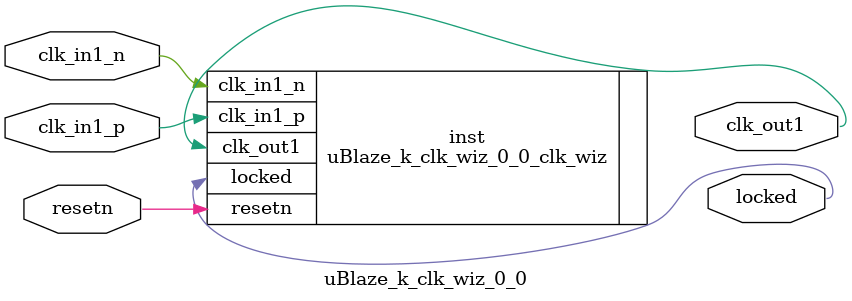
<source format=v>


`timescale 1ps/1ps

(* CORE_GENERATION_INFO = "uBlaze_k_clk_wiz_0_0,clk_wiz_v6_0_12_0_0,{component_name=uBlaze_k_clk_wiz_0_0,use_phase_alignment=true,use_min_o_jitter=false,use_max_i_jitter=false,use_dyn_phase_shift=false,use_inclk_switchover=false,use_dyn_reconfig=false,enable_axi=0,feedback_source=FDBK_AUTO,PRIMITIVE=MMCM,num_out_clk=1,clkin1_period=5.000,clkin2_period=10.0,use_power_down=false,use_reset=true,use_locked=true,use_inclk_stopped=false,feedback_type=SINGLE,CLOCK_MGR_TYPE=NA,manual_override=false}" *)

module uBlaze_k_clk_wiz_0_0 
 (
  // Clock out ports
  output        clk_out1,
  // Status and control signals
  input         resetn,
  output        locked,
 // Clock in ports
  input         clk_in1_p,
  input         clk_in1_n
 );

  uBlaze_k_clk_wiz_0_0_clk_wiz inst
  (
  // Clock out ports  
  .clk_out1(clk_out1),
  // Status and control signals               
  .resetn(resetn), 
  .locked(locked),
 // Clock in ports
  .clk_in1_p(clk_in1_p),
  .clk_in1_n(clk_in1_n)
  );

endmodule

</source>
